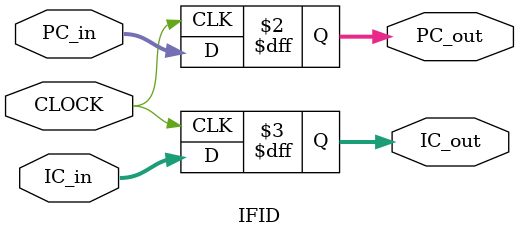
<source format=v>
module IFID
(
  input CLOCK,
  input [63:0] PC_in,
  input [31:0] IC_in,
  output reg [63:0] PC_out,
  output reg [31:0] IC_out
);

  always @(negedge CLOCK) begin
    PC_out <= PC_in;
    IC_out <= IC_in;
  end
endmodule
</source>
